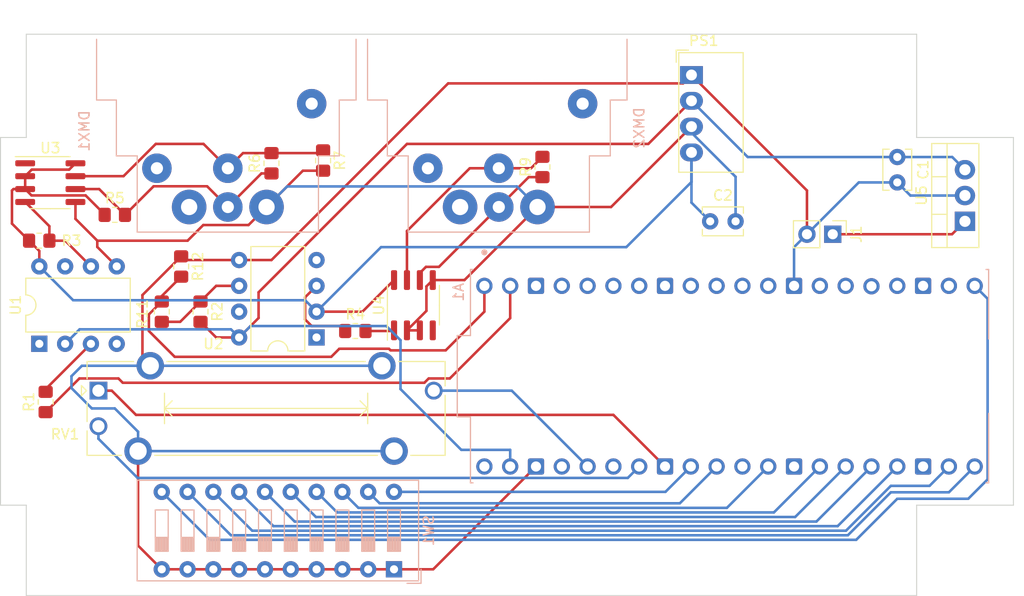
<source format=kicad_pcb>
(kicad_pcb (version 20211014) (generator pcbnew)
  (layers (0 "F.Cu" signal) (31 "B.Cu" signal) (34 "B.Paste" user) (35 "F.Paste" user) (36 "B.SilkS" user "B.Silkscreen") (37 "F.SilkS" user "F.Silkscreen") (38 "B.Mask" user) (39 "F.Mask" user) (44 "Edge.Cuts" user))
  (net 0 "")
  (net 1 "Net-(R11-Pad1)")
  (net 5 "Net-(A1-Pad20)")
  (net 9 "Net-(C1-Pad1)")
  (net 11 "Net-(C2-Pad1)")
  (net 12 "Net-(C2-Pad2)")
  (net 13 "Net-(DMX1-Pad2)")
  (net 14 "Net-(DMX1-Pad3)")
  (net 17 "Net-(DMX2-Pad2)")
  (net 18 "Net-(DMX2-Pad3)")
  (net 21 "Net-(J1-Pad1)")
  (net 22 "Net-(R1-Pad2)")
  (net 23 "Net-(R2-Pad1)")
  (net 24 "Net-(R3-Pad1)")
  (net 25 "Net-(R4-Pad1)")
  (net 26 "Net-(R4-Pad2)")
  (net 33 "Net-(R1-Pad1)")
  (net 34 "Net-(C1-Pad2)")
  (net 45 "Net-(A1-Pad21)")
  (net 46 "Net-(A1-Pad22)")
  (net 47 "Net-(A1-Pad24)")
  (net 48 "Net-(A1-Pad25)")
  (net 49 "Net-(A1-Pad26)")
  (net 50 "Net-(A1-Pad27)")
  (net 51 "Net-(A1-Pad29)")
  (net 52 "Net-(A1-Pad31)")
  (net 53 "Net-(A1-Pad32)")
  (net 54 "Net-(RV1-Pad1)")
  (net 55 "Net-(RV1-Pad2)")
  (net 56 "Net-(RV1-Pad3)")
  (footprint "Resistor_SMD:R_0805_2012Metric_Pad1.20x1.40mm_HandSolder" (layer "F.Cu") (at 190.5 117.84 -90)
    (fp_text reference "R7" (at 0 -1.65 90) (layer "F.SilkS"))
    (fp_text value "560")
    (pad "1" smd roundrect (at -1 0 270) (size 1.2 1.4) (layers "F.Cu" "F.Paste" "F.Mask") (roundrect_rratio 0.2083333333) (net 13 "Net-(DMX1-Pad2)"))
    (pad "2" smd roundrect (at 1 0 270) (size 1.2 1.4) (layers "F.Cu" "F.Paste" "F.Mask") (roundrect_rratio 0.2083333333) (net 12 "Net-(C2-Pad2)"))
  )
  (footprint "Resistor_SMD:R_0805_2012Metric_Pad1.20x1.40mm_HandSolder" (layer "F.Cu") (at 174.625 132.715 -90)
    (fp_text reference "R11" (at 0.227064 1.905 90) (layer "F.SilkS"))
    (fp_text value "1k")
    (pad "1" smd roundrect (at -1 0 270) (size 1.2 1.4) (layers "F.Cu" "F.Paste" "F.Mask") (roundrect_rratio 0.2083333333) (net 1 "Net-(R11-Pad1)"))
    (pad "2" smd roundrect (at 1 0 270) (size 1.2 1.4) (layers "F.Cu" "F.Paste" "F.Mask") (roundrect_rratio 0.2083333333) (net 23 "Net-(R2-Pad1)"))
  )
  (footprint "Package_DIP:DIP-8_W7.62mm" (layer "F.Cu") (at 162.57 135.88 90)
    (fp_text reference "U1" (at 3.81 -2.33 90) (layer "F.SilkS"))
    (fp_text value "6N137")
    (pad "1" thru_hole rect (at 0 0 90) (size 1.6 1.6) (drill 0.8) (layers *.Cu *.Mask))
    (pad "2" thru_hole oval (at 0 2.54 90) (size 1.6 1.6) (drill 0.8) (layers *.Cu *.Mask) (net 9 "Net-(C1-Pad1)"))
    (pad "3" thru_hole oval (at 0 5.08 90) (size 1.6 1.6) (drill 0.8) (layers *.Cu *.Mask) (net 22 "Net-(R1-Pad2)"))
    (pad "4" thru_hole oval (at 0 7.62 90) (size 1.6 1.6) (drill 0.8) (layers *.Cu *.Mask))
    (pad "5" thru_hole oval (at 7.62 7.62 90) (size 1.6 1.6) (drill 0.8) (layers *.Cu *.Mask) (net 12 "Net-(C2-Pad2)"))
    (pad "6" thru_hole oval (at 7.62 5.08 90) (size 1.6 1.6) (drill 0.8) (layers *.Cu *.Mask) (net 24 "Net-(R3-Pad1)"))
    (pad "7" thru_hole oval (at 7.62 2.54 90) (size 1.6 1.6) (drill 0.8) (layers *.Cu *.Mask))
    (pad "8" thru_hole oval (at 7.62 0 90) (size 1.6 1.6) (drill 0.8) (layers *.Cu *.Mask) (net 11 "Net-(C2-Pad1)"))
  )
  (footprint "Package_TO_SOT_THT:TO-220-3_Vertical" (layer "F.Cu") (at 253.675 123.825 90)
    (fp_text reference "U5" (at 2.54 -4.27 90) (layer "F.SilkS"))
    (fp_text value "LM7805_TO220")
    (pad "1" thru_hole rect (at 0 0 90) (size 1.905 2) (drill 1.1) (layers *.Cu *.Mask) (net 21 "Net-(J1-Pad1)"))
    (pad "2" thru_hole oval (at 2.54 0 90) (size 1.905 2) (drill 1.1) (layers *.Cu *.Mask) (net 34 "Net-(C1-Pad2)"))
    (pad "3" thru_hole oval (at 5.08 0 90) (size 1.905 2) (drill 1.1) (layers *.Cu *.Mask) (net 9 "Net-(C1-Pad1)"))
  )
  (footprint "Resistor_SMD:R_0805_2012Metric_Pad1.20x1.40mm_HandSolder" (layer "F.Cu") (at 162.56 125.73 180)
    (fp_text reference "R3" (at -3.175 0) (layer "F.SilkS"))
    (fp_text value "4.7k")
    (pad "1" smd roundrect (at -1 0 180) (size 1.2 1.4) (layers "F.Cu" "F.Paste" "F.Mask") (roundrect_rratio 0.2083333333) (net 24 "Net-(R3-Pad1)"))
    (pad "2" smd roundrect (at 1 0 180) (size 1.2 1.4) (layers "F.Cu" "F.Paste" "F.Mask") (roundrect_rratio 0.2083333333) (net 11 "Net-(C2-Pad1)"))
  )
  (footprint "Package_SO:SOIC-8_3.9x4.9mm_P1.27mm" (layer "F.Cu") (at 163.652444 120.015)
    (fp_text reference "U3" (at 0 -3.4) (layer "F.SilkS"))
    (fp_text value "SN75176AP")
    (pad "1" smd roundrect (at -2.475 -1.905) (size 1.95 0.6) (layers "F.Cu" "F.Paste" "F.Mask"))
    (pad "2" smd roundrect (at -2.475 -0.635) (size 1.95 0.6) (layers "F.Cu" "F.Paste" "F.Mask") (net 11 "Net-(C2-Pad1)"))
    (pad "3" smd roundrect (at -2.475 0.635) (size 1.95 0.6) (layers "F.Cu" "F.Paste" "F.Mask") (net 11 "Net-(C2-Pad1)"))
    (pad "4" smd roundrect (at -2.475 1.905) (size 1.95 0.6) (layers "F.Cu" "F.Paste" "F.Mask") (net 24 "Net-(R3-Pad1)"))
    (pad "5" smd roundrect (at 2.475 1.905) (size 1.95 0.6) (layers "F.Cu" "F.Paste" "F.Mask") (net 12 "Net-(C2-Pad2)"))
    (pad "6" smd roundrect (at 2.475 0.635) (size 1.95 0.6) (layers "F.Cu" "F.Paste" "F.Mask") (net 14 "Net-(DMX1-Pad3)"))
    (pad "7" smd roundrect (at 2.475 -0.635) (size 1.95 0.6) (layers "F.Cu" "F.Paste" "F.Mask") (net 13 "Net-(DMX1-Pad2)"))
    (pad "8" smd roundrect (at 2.475 -1.905) (size 1.95 0.6) (layers "F.Cu" "F.Paste" "F.Mask") (net 11 "Net-(C2-Pad1)"))
  )
  (footprint "Resistor_SMD:R_0805_2012Metric_Pad1.20x1.40mm_HandSolder" (layer "F.Cu") (at 185.42 118.11 90)
    (fp_text reference "R6" (at 0 -1.65 90) (layer "F.SilkS"))
    (fp_text value "120")
    (pad "1" smd roundrect (at -1 0 90) (size 1.2 1.4) (layers "F.Cu" "F.Paste" "F.Mask") (roundrect_rratio 0.2083333333) (net 14 "Net-(DMX1-Pad3)"))
    (pad "2" smd roundrect (at 1 0 90) (size 1.2 1.4) (layers "F.Cu" "F.Paste" "F.Mask") (roundrect_rratio 0.2083333333) (net 13 "Net-(DMX1-Pad2)"))
  )
  (footprint "Package_DIP:DIP-8_W7.62mm" (layer "F.Cu") (at 189.855 135.255 180)
    (fp_text reference "U2" (at 10.15 -0.635) (layer "F.SilkS"))
    (fp_text value "6N137")
    (pad "1" thru_hole rect (at 0 0 180) (size 1.6 1.6) (drill 0.8) (layers *.Cu *.Mask))
    (pad "2" thru_hole oval (at 0 2.54 180) (size 1.6 1.6) (drill 0.8) (layers *.Cu *.Mask) (net 11 "Net-(C2-Pad1)"))
    (pad "3" thru_hole oval (at 0 5.08 180) (size 1.6 1.6) (drill 0.8) (layers *.Cu *.Mask) (net 25 "Net-(R4-Pad1)"))
    (pad "4" thru_hole oval (at 0 7.62 180) (size 1.6 1.6) (drill 0.8) (layers *.Cu *.Mask))
    (pad "5" thru_hole oval (at 7.62 7.62 180) (size 1.6 1.6) (drill 0.8) (layers *.Cu *.Mask) (net 34 "Net-(C1-Pad2)"))
    (pad "6" thru_hole oval (at 7.62 5.08 180) (size 1.6 1.6) (drill 0.8) (layers *.Cu *.Mask) (net 23 "Net-(R2-Pad1)"))
    (pad "7" thru_hole oval (at 7.62 2.54 180) (size 1.6 1.6) (drill 0.8) (layers *.Cu *.Mask))
    (pad "8" thru_hole oval (at 7.62 0 180) (size 1.6 1.6) (drill 0.8) (layers *.Cu *.Mask) (net 9 "Net-(C1-Pad1)"))
  )
  (footprint "Package_SO:SOIC-8_3.9x4.9mm_P1.27mm" (layer "F.Cu") (at 199.39 132.08 90)
    (fp_text reference "U4" (at 0 -3.4 90) (layer "F.SilkS"))
    (fp_text value "SN75176AP")
    (pad "1" smd roundrect (at -2.475 -1.905 90) (size 1.95 0.6) (layers "F.Cu" "F.Paste" "F.Mask") (net 26 "Net-(R4-Pad2)"))
    (pad "2" smd roundrect (at -2.475 -0.635 90) (size 1.95 0.6) (layers "F.Cu" "F.Paste" "F.Mask") (net 12 "Net-(C2-Pad2)"))
    (pad "3" smd roundrect (at -2.475 0.635 90) (size 1.95 0.6) (layers "F.Cu" "F.Paste" "F.Mask") (net 12 "Net-(C2-Pad2)"))
    (pad "4" smd roundrect (at -2.475 1.905 90) (size 1.95 0.6) (layers "F.Cu" "F.Paste" "F.Mask"))
    (pad "5" smd roundrect (at 2.475 1.905 90) (size 1.95 0.6) (layers "F.Cu" "F.Paste" "F.Mask") (net 12 "Net-(C2-Pad2)"))
    (pad "6" smd roundrect (at 2.475 0.635 90) (size 1.95 0.6) (layers "F.Cu" "F.Paste" "F.Mask") (net 18 "Net-(DMX2-Pad3)"))
    (pad "7" smd roundrect (at 2.475 -0.635 90) (size 1.95 0.6) (layers "F.Cu" "F.Paste" "F.Mask") (net 17 "Net-(DMX2-Pad2)"))
    (pad "8" smd roundrect (at 2.475 -1.905 90) (size 1.95 0.6) (layers "F.Cu" "F.Paste" "F.Mask") (net 11 "Net-(C2-Pad1)"))
  )
  (footprint "Resistor_SMD:R_0805_2012Metric_Pad1.20x1.40mm_HandSolder" (layer "F.Cu") (at 193.675 134.62)
    (fp_text reference "R4" (at 0 -1.65) (layer "F.SilkS"))
    (fp_text value "470")
    (pad "1" smd roundrect (at -1 0) (size 1.2 1.4) (layers "F.Cu" "F.Paste" "F.Mask") (roundrect_rratio 0.2083333333) (net 25 "Net-(R4-Pad1)"))
    (pad "2" smd roundrect (at 1 0) (size 1.2 1.4) (layers "F.Cu" "F.Paste" "F.Mask") (roundrect_rratio 0.2083333333) (net 26 "Net-(R4-Pad2)"))
  )
  (footprint "Resistor_SMD:R_0805_2012Metric_Pad1.20x1.40mm_HandSolder" (layer "F.Cu") (at 178.435 132.715 -90)
    (fp_text reference "R2" (at 0 -1.65 90) (layer "F.SilkS"))
    (fp_text value "4.7k")
    (pad "1" smd roundrect (at -1 0 270) (size 1.2 1.4) (layers "F.Cu" "F.Paste" "F.Mask") (roundrect_rratio 0.2083333333) (net 23 "Net-(R2-Pad1)"))
    (pad "2" smd roundrect (at 1 0 270) (size 1.2 1.4) (layers "F.Cu" "F.Paste" "F.Mask") (roundrect_rratio 0.2083333333) (net 9 "Net-(C1-Pad1)"))
  )
  (footprint "Capacitor_THT:C_Disc_D3.8mm_W2.6mm_P2.50mm" (layer "F.Cu") (at 247.015 117.495 -90)
    (fp_text reference "C1" (at 1.25 -2.55 90) (layer "F.SilkS"))
    (fp_text value "100n")
    (pad "1" thru_hole circle (at 0 0 270) (size 1.6 1.6) (drill 0.8) (layers *.Cu *.Mask) (net 9 "Net-(C1-Pad1)"))
    (pad "2" thru_hole circle (at 2.5 0 270) (size 1.6 1.6) (drill 0.8) (layers *.Cu *.Mask) (net 34 "Net-(C1-Pad2)"))
  )
  (footprint "Resistor_SMD:R_0805_2012Metric_Pad1.20x1.40mm_HandSolder" (layer "F.Cu") (at 212.09 118.475 90)
    (fp_text reference "R9" (at 0 -1.65 90) (layer "F.SilkS"))
    (fp_text value "120")
    (pad "1" smd roundrect (at -1 0 90) (size 1.2 1.4) (layers "F.Cu" "F.Paste" "F.Mask") (roundrect_rratio 0.2083333333) (net 18 "Net-(DMX2-Pad3)"))
    (pad "2" smd roundrect (at 1 0 90) (size 1.2 1.4) (layers "F.Cu" "F.Paste" "F.Mask") (roundrect_rratio 0.2083333333) (net 17 "Net-(DMX2-Pad2)"))
  )
  (footprint "Resistor_SMD:R_0805_2012Metric_Pad1.20x1.40mm_HandSolder" (layer "F.Cu") (at 170.002444 123.19)
    (fp_text reference "R5" (at 0 -1.65) (layer "F.SilkS"))
    (fp_text value "560")
    (pad "1" smd roundrect (at -1 0) (size 1.2 1.4) (layers "F.Cu" "F.Paste" "F.Mask") (roundrect_rratio 0.2083333333) (net 11 "Net-(C2-Pad1)"))
    (pad "2" smd roundrect (at 1 0) (size 1.2 1.4) (layers "F.Cu" "F.Paste" "F.Mask") (roundrect_rratio 0.2083333333) (net 14 "Net-(DMX1-Pad3)"))
  )
  (footprint "Capacitor_THT:C_Disc_D3.8mm_W2.6mm_P2.50mm" (layer "F.Cu") (at 228.6 123.825)
    (fp_text reference "C2" (at 1.25 -2.55) (layer "F.SilkS"))
    (fp_text value "100n")
    (pad "1" thru_hole circle (at 0 0) (size 1.6 1.6) (drill 0.8) (layers *.Cu *.Mask) (net 11 "Net-(C2-Pad1)"))
    (pad "2" thru_hole circle (at 2.5 0) (size 1.6 1.6) (drill 0.8) (layers *.Cu *.Mask) (net 12 "Net-(C2-Pad2)"))
  )
  (footprint "Potentiometer_THT:Potentiometer_Bourns_PTA2043_Single_Slide" (layer "F.Cu") (at 168.39 140.49)
    (fp_text reference "RV1" (at -3.29 4.29) (layer "F.SilkS"))
    (fp_text value "R_Potentiometer_MountingPin")
    (pad "1" thru_hole rect (at 0 0) (size 1.75 1.75) (drill 1.2) (layers *.Cu *.Mask) (net 54 "Net-(RV1-Pad1)"))
    (pad "2" thru_hole circle (at 0 3.5) (size 1.75 1.75) (drill 1.2) (layers *.Cu *.Mask) (net 55 "Net-(RV1-Pad2)"))
    (pad "3" thru_hole circle (at 33 0) (size 1.75 1.75) (drill 1.2) (layers *.Cu *.Mask) (net 56 "Net-(RV1-Pad3)"))
    (pad "MP" thru_hole circle (at 5.1 -2.45) (size 2.7 2.7) (drill 1.7) (layers *.Cu *.Mask) (net 34 "Net-(C1-Pad2)"))
    (pad "MP" thru_hole circle (at 27.9 -2.45) (size 2.7 2.7) (drill 1.7) (layers *.Cu *.Mask) (net 34 "Net-(C1-Pad2)"))
    (pad "MP" thru_hole circle (at 29.1 5.95) (size 2.7 2.7) (drill 1.7) (layers *.Cu *.Mask) (net 34 "Net-(C1-Pad2)"))
    (pad "MP" thru_hole circle (at 3.9 5.95) (size 2.7 2.7) (drill 1.7) (layers *.Cu *.Mask) (net 34 "Net-(C1-Pad2)"))
  )
  (footprint "Resistor_SMD:R_0805_2012Metric_Pad1.20x1.40mm_HandSolder" (layer "F.Cu") (at 163.195 141.605 90)
    (fp_text reference "R1" (at 0 -1.65 90) (layer "F.SilkS"))
    (fp_text value "470")
    (pad "1" smd roundrect (at -1 0 90) (size 1.2 1.4) (layers "F.Cu" "F.Paste" "F.Mask") (roundrect_rratio 0.2083333333) (net 33 "Net-(R1-Pad1)"))
    (pad "2" smd roundrect (at 1 0 90) (size 1.2 1.4) (layers "F.Cu" "F.Paste" "F.Mask") (roundrect_rratio 0.2083333333) (net 22 "Net-(R1-Pad2)"))
  )
  (footprint "Converter_DCDC:Converter_DCDC_Murata_MEE1SxxxxSC_THT" (layer "F.Cu") (at 226.7575 109.4225)
    (fp_text reference "PS1" (at 1.2075 -3.3775 180) (layer "F.SilkS"))
    (fp_text value "MEE1S0505SC")
    (pad "1" thru_hole rect (at 0 0 270) (size 1.75 2.25) (drill 1.075) (layers *.Cu *.Mask) (net 34 "Net-(C1-Pad2)"))
    (pad "2" thru_hole oval (at 0 2.54 270) (size 1.75 2.25) (drill 1.075) (layers *.Cu *.Mask) (net 9 "Net-(C1-Pad1)"))
    (pad "3" thru_hole oval (at 0 5.08 270) (size 1.75 2.25) (drill 1.075) (layers *.Cu *.Mask) (net 12 "Net-(C2-Pad2)"))
    (pad "4" thru_hole oval (at 0 7.62 270) (size 1.75 2.25) (drill 1.075) (layers *.Cu *.Mask) (net 11 "Net-(C2-Pad1)"))
  )
  (footprint "Resistor_SMD:R_0805_2012Metric_Pad1.20x1.40mm_HandSolder" (layer "F.Cu") (at 176.53 128.27 -90)
    (fp_text reference "R12" (at 0 -1.65 90) (layer "F.SilkS"))
    (fp_text value "2k")
    (pad "1" smd roundrect (at -1 0 270) (size 1.2 1.4) (layers "F.Cu" "F.Paste" "F.Mask") (roundrect_rratio 0.2083333333) (net 34 "Net-(C1-Pad2)"))
    (pad "2" smd roundrect (at 1 0 270) (size 1.2 1.4) (layers "F.Cu" "F.Paste" "F.Mask") (roundrect_rratio 0.2083333333) (net 1 "Net-(R11-Pad1)"))
  )
  (footprint "Connector_PinHeader_2.54mm:PinHeader_1x02_P2.54mm_Vertical" (layer "F.Cu") (at 240.665 125.095 -90)
    (fp_text reference "J1" (at 0 -2.33 90) (layer "F.SilkS"))
    (fp_text value "Conn_01x02")
    (pad "1" thru_hole rect (at 0 0 270) (size 1.7 1.7) (drill 1) (layers *.Cu *.Mask) (net 21 "Net-(J1-Pad1)"))
    (pad "2" thru_hole oval (at 0 2.54 270) (size 1.7 1.7) (drill 1) (layers *.Cu *.Mask) (net 34 "Net-(C1-Pad2)"))
  )
  (footprint "Pico:MODULE_SC0915" (layer "B.Cu") (at 230.505 139.065 -90)
    (fp_text reference "A1" (at -8.255 26.67 90) (layer "B.SilkS") (effects (justify mirror)))
    (fp_text value "SC0915")
    (pad "1" thru_hole circle (at -8.89 24.13 270) (size 1.6 1.6) (drill 1) (layers *.Cu *.Mask) (net 1 "Net-(R11-Pad1)"))
    (pad "2" thru_hole circle (at -8.89 21.59 270) (size 1.6 1.6) (drill 1) (layers *.Cu *.Mask) (net 33 "Net-(R1-Pad1)"))
    (pad "3" thru_hole roundrect (at -8.89 19.05 270) (size 1.6 1.6) (drill 1) (layers *.Cu *.Mask) (roundrect_rratio 0.125))
    (pad "4" thru_hole circle (at -8.89 16.51 270) (size 1.6 1.6) (drill 1) (layers *.Cu *.Mask))
    (pad "5" thru_hole circle (at -8.89 13.97 270) (size 1.6 1.6) (drill 1) (layers *.Cu *.Mask))
    (pad "6" thru_hole circle (at -8.89 11.43 270) (size 1.6 1.6) (drill 1) (layers *.Cu *.Mask))
    (pad "7" thru_hole circle (at -8.89 8.89 270) (size 1.6 1.6) (drill 1) (layers *.Cu *.Mask))
    (pad "8" thru_hole roundrect (at -8.89 6.35 270) (size 1.6 1.6) (drill 1) (layers *.Cu *.Mask) (roundrect_rratio 0.125))
    (pad "9" thru_hole circle (at -8.89 3.81 270) (size 1.6 1.6) (drill 1) (layers *.Cu *.Mask))
    (pad "10" thru_hole circle (at -8.89 1.27 270) (size 1.6 1.6) (drill 1) (layers *.Cu *.Mask))
    (pad "11" thru_hole circle (at -8.89 -1.27 270) (size 1.6 1.6) (drill 1) (layers *.Cu *.Mask))
    (pad "12" thru_hole circle (at -8.89 -3.81 270) (size 1.6 1.6) (drill 1) (layers *.Cu *.Mask))
    (pad "13" thru_hole roundrect (at -8.89 -6.35 270) (size 1.6 1.6) (drill 1) (layers *.Cu *.Mask) (roundrect_rratio 0.125) (net 34 "Net-(C1-Pad2)"))
    (pad "14" thru_hole circle (at -8.89 -8.89 270) (size 1.6 1.6) (drill 1) (layers *.Cu *.Mask))
    (pad "15" thru_hole circle (at -8.89 -11.43 270) (size 1.6 1.6) (drill 1) (layers *.Cu *.Mask))
    (pad "16" thru_hole circle (at -8.848119 -13.97 270) (size 1.6 1.6) (drill 1) (layers *.Cu *.Mask))
    (pad "17" thru_hole circle (at -8.89 -16.51 270) (size 1.6 1.6) (drill 1) (layers *.Cu *.Mask))
    (pad "18" thru_hole roundrect (at -8.89 -19.05 270) (size 1.6 1.6) (drill 1) (layers *.Cu *.Mask) (roundrect_rratio 0.125))
    (pad "19" thru_hole circle (at -8.89 -21.59 270) (size 1.6 1.6) (drill 1) (layers *.Cu *.Mask))
    (pad "20" thru_hole circle (at -8.89 -24.13 270) (size 1.6 1.6) (drill 1) (layers *.Cu *.Mask) (net 5 "Net-(A1-Pad20)"))
    (pad "21" thru_hole circle (at 8.89 -24.13 270) (size 1.6 1.6) (drill 1) (layers *.Cu *.Mask) (net 45 "Net-(A1-Pad21)"))
    (pad "22" thru_hole circle (at 8.89 -21.59 270) (size 1.6 1.6) (drill 1) (layers *.Cu *.Mask) (net 46 "Net-(A1-Pad22)"))
    (pad "23" thru_hole roundrect (at 8.89 -19.05 270) (size 1.6 1.6) (drill 1) (layers *.Cu *.Mask) (roundrect_rratio 0.125))
    (pad "24" thru_hole circle (at 8.89 -16.51 270) (size 1.6 1.6) (drill 1) (layers *.Cu *.Mask) (net 47 "Net-(A1-Pad24)"))
    (pad "25" thru_hole circle (at 8.89 -13.97 270) (size 1.6 1.6) (drill 1) (layers *.Cu *.Mask) (net 48 "Net-(A1-Pad25)"))
    (pad "26" thru_hole circle (at 8.89 -11.43 270) (size 1.6 1.6) (drill 1) (layers *.Cu *.Mask) (net 49 "Net-(A1-Pad26)"))
    (pad "27" thru_hole circle (at 8.89 -8.89 270) (size 1.6 1.6) (drill 1) (layers *.Cu *.Mask) (net 50 "Net-(A1-Pad27)"))
    (pad "28" thru_hole roundrect (at 8.89 -6.35 270) (size 1.6 1.6) (drill 1) (layers *.Cu *.Mask) (roundrect_rratio 0.125))
    (pad "29" thru_hole circle (at 8.89 -3.81 270) (size 1.6 1.6) (drill 1) (layers *.Cu *.Mask) (net 51 "Net-(A1-Pad29)"))
    (pad "30" thru_hole circle (at 8.89 -1.27 270) (size 1.6 1.6) (drill 1) (layers *.Cu *.Mask))
    (pad "31" thru_hole circle (at 8.89 1.27 270) (size 1.6 1.6) (drill 1) (layers *.Cu *.Mask) (net 52 "Net-(A1-Pad31)"))
    (pad "32" thru_hole circle (at 8.89 3.81 270) (size 1.6 1.6) (drill 1) (layers *.Cu *.Mask) (net 53 "Net-(A1-Pad32)"))
    (pad "33" thru_hole roundrect (at 8.89 6.35 270) (size 1.6 1.6) (drill 1) (layers *.Cu *.Mask) (roundrect_rratio 0.125) (net 54 "Net-(RV1-Pad1)"))
    (pad "34" thru_hole circle (at 8.89 8.89 270) (size 1.6 1.6) (drill 1) (layers *.Cu *.Mask) (net 55 "Net-(RV1-Pad2)"))
    (pad "35" thru_hole circle (at 8.89 11.43 270) (size 1.6 1.6) (drill 1) (layers *.Cu *.Mask))
    (pad "36" thru_hole circle (at 8.89 13.97 270) (size 1.6 1.6) (drill 1) (layers *.Cu *.Mask) (net 56 "Net-(RV1-Pad3)"))
    (pad "37" thru_hole circle (at 8.89 16.51 270) (size 1.6 1.6) (drill 1) (layers *.Cu *.Mask))
    (pad "38" thru_hole roundrect (at 8.89 19.05 270) (size 1.6 1.6) (drill 1) (layers *.Cu *.Mask) (roundrect_rratio 0.125) (net 34 "Net-(C1-Pad2)"))
    (pad "39" thru_hole circle (at 8.89 21.59 270) (size 1.6 1.6) (drill 1) (layers *.Cu *.Mask) (net 9 "Net-(C1-Pad1)"))
    (pad "40" thru_hole circle (at 8.89 24.13 270) (size 1.6 1.6) (drill 1) (layers *.Cu *.Mask))
  )
  (footprint "Connector_Audio:Jack_XLR_Neutrik_NC5FAH_Horizontal" (layer "B.Cu") (at 184.935 122.415 90)
    (fp_text reference "DMX1" (at 7.48 -17.93 270) (layer "B.SilkS") (effects (justify mirror)))
    (fp_text value "XLR6")
    (pad "" np_thru_hole circle (at 13.34 0 90) (size 1.6 1.6) (drill 1.6) (layers *.Cu *.Mask))
    (pad "" np_thru_hole circle (at 8.26 -7.62 90) (size 1.6 1.6) (drill 1.6) (layers *.Cu *.Mask))
    (pad "1" thru_hole circle (at 0 0 90) (size 3.4 3.4) (drill 1.6) (layers *.Cu *.Mask) (net 12 "Net-(C2-Pad2)"))
    (pad "2" thru_hole circle (at 3.815 -3.81 90) (size 2.9 2.9) (drill 1.2) (layers *.Cu *.Mask) (net 13 "Net-(DMX1-Pad2)"))
    (pad "3" thru_hole circle (at 0 -3.81 90) (size 2.9 2.9) (drill 1.2) (layers *.Cu *.Mask) (net 14 "Net-(DMX1-Pad3)"))
    (pad "4" thru_hole circle (at 3.815 -10.79 90) (size 2.9 2.9) (drill 1.2) (layers *.Cu *.Mask))
    (pad "5" thru_hole circle (at 0 -7.62 90) (size 3.4 3.4) (drill 1.6) (layers *.Cu *.Mask))
    (pad "G" thru_hole circle (at 10.17 4.44 90) (size 2.9 2.9) (drill 1.2) (layers *.Cu *.Mask))
  )
  (footprint "Button_Switch_THT:SW_DIP_SPSTx10_Slide_9.78x27.58mm_W7.62mm_P2.54mm" (layer "B.Cu") (at 197.48 158.0725 90)
    (fp_text reference "SW1" (at 3.81 3.42 90) (layer "B.SilkS") (effects (justify mirror)))
    (fp_text value "SW_DIP_x10")
    (pad "1" thru_hole rect (at 0 0 90) (size 1.6 1.6) (drill 0.8) (layers *.Cu *.Mask) (net 34 "Net-(C1-Pad2)"))
    (pad "2" thru_hole oval (at 0 -2.54 90) (size 1.6 1.6) (drill 0.8) (layers *.Cu *.Mask) (net 34 "Net-(C1-Pad2)"))
    (pad "3" thru_hole oval (at 0 -5.08 90) (size 1.6 1.6) (drill 0.8) (layers *.Cu *.Mask) (net 34 "Net-(C1-Pad2)"))
    (pad "4" thru_hole oval (at 0 -7.62 90) (size 1.6 1.6) (drill 0.8) (layers *.Cu *.Mask) (net 34 "Net-(C1-Pad2)"))
    (pad "5" thru_hole oval (at 0 -10.16 90) (size 1.6 1.6) (drill 0.8) (layers *.Cu *.Mask) (net 34 "Net-(C1-Pad2)"))
    (pad "6" thru_hole oval (at 0 -12.7 90) (size 1.6 1.6) (drill 0.8) (layers *.Cu *.Mask) (net 34 "Net-(C1-Pad2)"))
    (pad "7" thru_hole oval (at 0 -15.24 90) (size 1.6 1.6) (drill 0.8) (layers *.Cu *.Mask) (net 34 "Net-(C1-Pad2)"))
    (pad "8" thru_hole oval (at 0 -17.78 90) (size 1.6 1.6) (drill 0.8) (layers *.Cu *.Mask) (net 34 "Net-(C1-Pad2)"))
    (pad "9" thru_hole oval (at 0 -20.32 90) (size 1.6 1.6) (drill 0.8) (layers *.Cu *.Mask) (net 34 "Net-(C1-Pad2)"))
    (pad "10" thru_hole oval (at 0 -22.86 90) (size 1.6 1.6) (drill 0.8) (layers *.Cu *.Mask) (net 34 "Net-(C1-Pad2)"))
    (pad "11" thru_hole oval (at 7.62 -22.86 90) (size 1.6 1.6) (drill 0.8) (layers *.Cu *.Mask) (net 5 "Net-(A1-Pad20)"))
    (pad "12" thru_hole oval (at 7.62 -20.32 90) (size 1.6 1.6) (drill 0.8) (layers *.Cu *.Mask) (net 45 "Net-(A1-Pad21)"))
    (pad "13" thru_hole oval (at 7.62 -17.78 90) (size 1.6 1.6) (drill 0.8) (layers *.Cu *.Mask) (net 46 "Net-(A1-Pad22)"))
    (pad "14" thru_hole oval (at 7.62 -15.24 90) (size 1.6 1.6) (drill 0.8) (layers *.Cu *.Mask) (net 47 "Net-(A1-Pad24)"))
    (pad "15" thru_hole oval (at 7.62 -12.7 90) (size 1.6 1.6) (drill 0.8) (layers *.Cu *.Mask) (net 48 "Net-(A1-Pad25)"))
    (pad "16" thru_hole oval (at 7.62 -10.16 90) (size 1.6 1.6) (drill 0.8) (layers *.Cu *.Mask) (net 49 "Net-(A1-Pad26)"))
    (pad "17" thru_hole oval (at 7.62 -7.62 90) (size 1.6 1.6) (drill 0.8) (layers *.Cu *.Mask) (net 50 "Net-(A1-Pad27)"))
    (pad "18" thru_hole oval (at 7.62 -5.08 90) (size 1.6 1.6) (drill 0.8) (layers *.Cu *.Mask) (net 51 "Net-(A1-Pad29)"))
    (pad "19" thru_hole oval (at 7.62 -2.54 90) (size 1.6 1.6) (drill 0.8) (layers *.Cu *.Mask) (net 52 "Net-(A1-Pad31)"))
    (pad "20" thru_hole oval (at 7.62 0 90) (size 1.6 1.6) (drill 0.8) (layers *.Cu *.Mask) (net 53 "Net-(A1-Pad32)"))
  )
  (footprint "Connector_Audio:Jack_XLR_Neutrik_NC5FAH_Horizontal" (layer "B.Cu") (at 211.605 122.415 90)
    (fp_text reference "DMX2" (at 7.78 10.01 270) (layer "B.SilkS") (effects (justify mirror)))
    (fp_text value "XLR6")
    (pad "" np_thru_hole circle (at 8.26 -7.62 90) (size 1.6 1.6) (drill 1.6) (layers *.Cu *.Mask))
    (pad "" np_thru_hole circle (at 13.34 0 90) (size 1.6 1.6) (drill 1.6) (layers *.Cu *.Mask))
    (pad "1" thru_hole circle (at 0 0 90) (size 3.4 3.4) (drill 1.6) (layers *.Cu *.Mask) (net 12 "Net-(C2-Pad2)"))
    (pad "2" thru_hole circle (at 3.815 -3.81 90) (size 2.9 2.9) (drill 1.2) (layers *.Cu *.Mask) (net 17 "Net-(DMX2-Pad2)"))
    (pad "3" thru_hole circle (at 0 -3.81 90) (size 2.9 2.9) (drill 1.2) (layers *.Cu *.Mask) (net 18 "Net-(DMX2-Pad3)"))
    (pad "4" thru_hole circle (at 3.815 -10.79 90) (size 2.9 2.9) (drill 1.2) (layers *.Cu *.Mask))
    (pad "5" thru_hole circle (at 0 -7.62 90) (size 3.4 3.4) (drill 1.6) (layers *.Cu *.Mask))
    (pad "G" thru_hole circle (at 10.17 4.44 90) (size 2.9 2.9) (drill 1.2) (layers *.Cu *.Mask))
  )
  (gr_line (start 248.92 115.57) (end 258.445 115.57) (layer "Edge.Cuts") (width 0.1))
  (gr_line (start 161.29 160.655) (end 161.29 151.765) (layer "Edge.Cuts") (width 0.1))
  (gr_line (start 248.92 151.765) (end 248.92 160.655) (layer "Edge.Cuts") (width 0.1))
  (gr_line (start 161.29 115.57) (end 161.29 105.41) (layer "Edge.Cuts") (width 0.1))
  (gr_line (start 258.445 151.765) (end 258.445 115.57) (layer "Edge.Cuts") (width 0.1))
  (gr_line (start 161.29 115.57) (end 158.75 115.57) (layer "Edge.Cuts") (width 0.1))
  (gr_line (start 248.92 105.41) (end 248.92 115.57) (layer "Edge.Cuts") (width 0.1))
  (gr_line (start 158.75 115.57) (end 158.75 151.765) (layer "Edge.Cuts") (width 0.1))
  (gr_line (start 248.92 151.765) (end 258.445 151.765) (layer "Edge.Cuts") (width 0.1))
  (gr_line (start 161.29 151.765) (end 158.75 151.765) (layer "Edge.Cuts") (width 0.1))
  (gr_line (start 161.29 105.41) (end 248.92 105.41) (layer "Edge.Cuts") (width 0.1))
  (gr_line (start 161.29 160.655) (end 248.92 160.655) (layer "Edge.Cuts") (width 0.1))
  (segment (start 191.302011 137.16) (end 192.096522 136.365489) (width 0.25) (layer "F.Cu") (net 1))
  (segment (start 174.625 131.715) (end 173.355 132.985) (width 0.25) (layer "F.Cu") (net 1))
  (segment (start 175.895 137.16) (end 191.302011 137.16) (width 0.25) (layer "F.Cu") (net 1))
  (segment (start 202.565 136.525) (end 206.375 132.715) (width 0.25) (layer "F.Cu") (net 1))
  (segment (start 173.355 134.62) (end 175.895 137.16) (width 0.25) (layer "F.Cu") (net 1))
  (segment (start 196.983606 136.365489) (end 197.143117 136.525) (width 0.25) (layer "F.Cu") (net 1))
  (segment (start 174.625 131.175) (end 176.53 129.27) (width 0.25) (layer "F.Cu") (net 1))
  (segment (start 192.096522 136.365489) (end 196.983606 136.365489) (width 0.25) (layer "F.Cu") (net 1))
  (segment (start 197.143117 136.525) (end 202.565 136.525) (width 0.25) (layer "F.Cu") (net 1))
  (segment (start 173.355 132.985) (end 173.355 134.62) (width 0.25) (layer "F.Cu") (net 1))
  (segment (start 174.625 131.715) (end 174.625 131.175) (width 0.25) (layer "F.Cu") (net 1))
  (segment (start 206.375 132.715) (end 206.375 130.175) (width 0.25) (layer "F.Cu") (net 1))
  (segment (start 179.340671 155.173171) (end 242.971829 155.173171) (width 0.25) (layer "B.Cu") (net 5))
  (segment (start 255.905 131.445) (end 254.635 130.175) (width 0.25) (layer "B.Cu") (net 5))
  (segment (start 242.971829 155.173171) (end 247.015 151.13) (width 0.25) (layer "B.Cu") (net 5))
  (segment (start 255.905 149.225) (end 255.905 131.445) (width 0.25) (layer "B.Cu") (net 5))
  (segment (start 254 151.13) (end 255.905 149.225) (width 0.25) (layer "B.Cu") (net 5))
  (segment (start 174.62 150.4525) (end 179.340671 155.173171) (width 0.25) (layer "B.Cu") (net 5))
  (segment (start 247.015 151.13) (end 254 151.13) (width 0.25) (layer "B.Cu") (net 5))
  (segment (start 226.7575 111.9625) (end 222.515 116.205) (width 0.25) (layer "F.Cu") (net 9))
  (segment (start 179.975 135.255) (end 178.435 133.715) (width 0.25) (layer "F.Cu") (net 9))
  (segment (start 184.15 130.81) (end 184.15 133.34) (width 0.25) (layer "F.Cu") (net 9))
  (segment (start 198.755 116.205) (end 184.15 130.81) (width 0.25) (layer "F.Cu") (net 9))
  (segment (start 184.15 133.34) (end 182.235 135.255) (width 0.25) (layer "F.Cu") (net 9))
  (segment (start 182.235 135.255) (end 179.975 135.255) (width 0.25) (layer "F.Cu") (net 9))
  (segment (start 222.515 116.205) (end 198.755 116.205) (width 0.25) (layer "F.Cu") (net 9))
  (segment (start 247.015 117.495) (end 252.425 117.495) (width 0.25) (layer "B.Cu") (net 9))
  (segment (start 252.425 117.495) (end 253.675 118.745) (width 0.25) (layer "B.Cu") (net 9))
  (segment (start 204.103634 146.318634) (end 198.12 140.335) (width 0.25) (layer "B.Cu") (net 9))
  (segment (start 182.235 135.255) (end 181.435001 134.455001) (width 0.25) (layer "B.Cu") (net 9))
  (segment (start 208.915 147.955) (end 208.915 146.318634) (width 0.25) (layer "B.Cu") (net 9))
  (segment (start 183.359511 134.130489) (end 196.726855 134.130489) (width 0.25) (layer "B.Cu") (net 9))
  (segment (start 166.534999 134.455001) (end 165.11 135.88) (width 0.25) (layer "B.Cu") (net 9))
  (segment (start 247.015 117.495) (end 232.29 117.495) (width 0.25) (layer "B.Cu") (net 9))
  (segment (start 196.726855 134.130489) (end 198.12 135.523634) (width 0.25) (layer "B.Cu") (net 9))
  (segment (start 181.435001 134.455001) (end 166.534999 134.455001) (width 0.25) (layer "B.Cu") (net 9))
  (segment (start 232.29 117.495) (end 226.7575 111.9625) (width 0.25) (layer "B.Cu") (net 9))
  (segment (start 198.12 135.523634) (end 198.12 140.335) (width 0.25) (layer "B.Cu") (net 9))
  (segment (start 182.235 135.255) (end 183.359511 134.130489) (width 0.25) (layer "B.Cu") (net 9))
  (segment (start 208.915 146.318634) (end 204.103634 146.318634) (width 0.25) (layer "B.Cu") (net 9))
  (segment (start 161.56 125.73) (end 162.57 126.74) (width 0.25) (layer "F.Cu") (net 11))
  (segment (start 162.57 126.74) (end 162.57 128.26) (width 0.25) (layer "F.Cu") (net 11))
  (segment (start 160.02 120.65) (end 161.177444 120.65) (width 0.25) (layer "F.Cu") (net 11))
  (segment (start 169.002444 123.148928) (end 169.002444 123.19) (width 0.25) (layer "F.Cu") (net 11))
  (segment (start 161.822924 118.73452) (end 161.177444 119.38) (width 0.25) (layer "F.Cu") (net 11))
  (segment (start 161.56 125.73) (end 159.877924 124.047924) (width 0.25) (layer "F.Cu") (net 11))
  (segment (start 159.877924 124.047924) (end 159.877924 120.792076) (width 0.25) (layer "F.Cu") (net 11))
  (segment (start 161.177444 120.65) (end 161.801964 121.27452) (width 0.25) (layer "F.Cu") (net 11))
  (segment (start 161.801964 121.27452) (end 167.128036 121.27452) (width 0.25) (layer "F.Cu") (net 11))
  (segment (start 166.127444 118.11) (end 165.502924 118.73452) (width 0.25) (layer "F.Cu") (net 11))
  (segment (start 167.128036 121.27452) (end 169.002444 123.148928) (width 0.25) (layer "F.Cu") (net 11))
  (segment (start 159.877924 120.792076) (end 160.02 120.65) (width 0.25) (layer "F.Cu") (net 11))
  (segment (start 197.485 129.605) (end 194.375 132.715) (width 0.25) (layer "F.Cu") (net 11))
  (segment (start 165.502924 118.73452) (end 161.822924 118.73452) (width 0.25) (layer "F.Cu") (net 11))
  (segment (start 194.375 132.715) (end 189.855 132.715) (width 0.25) (layer "F.Cu") (net 11))
  (segment (start 161.177444 119.38) (end 161.177444 120.65) (width 0.25) (layer "F.Cu") (net 11))
  (segment (start 196.205 126.365) (end 189.855 132.715) (width 0.25) (layer "B.Cu") (net 11))
  (segment (start 188.730489 131.590489) (end 165.900489 131.590489) (width 0.25) (layer "B.Cu") (net 11))
  (segment (start 165.900489 131.590489) (end 162.57 128.26) (width 0.25) (layer "B.Cu") (net 11))
  (segment (start 189.855 132.715) (end 188.730489 131.590489) (width 0.25) (layer "B.Cu") (net 11))
  (segment (start 226.7575 121.9825) (end 228.6 123.825) (width 0.25) (layer "B.Cu") (net 11))
  (segment (start 220.345 126.365) (end 196.205 126.365) (width 0.25) (layer "B.Cu") (net 11))
  (segment (start 226.7575 117.0425) (end 226.7575 119.9525) (width 0.25) (layer "B.Cu") (net 11))
  (segment (start 226.7575 119.9525) (end 220.345 126.365) (width 0.25) (layer "B.Cu") (net 11))
  (segment (start 226.7575 117.0425) (end 226.7575 121.9825) (width 0.25) (layer "B.Cu") (net 11))
  (segment (start 168.275 125.73) (end 166.127444 123.582444) (width 0.25) (layer "F.Cu") (net 12))
  (segment (start 166.127444 123.582444) (end 166.127444 121.92) (width 0.25) (layer "F.Cu") (net 12))
  (segment (start 170.19 128.26) (end 168.275 126.345) (width 0.25) (layer "F.Cu") (net 12))
  (segment (start 168.275 125.73) (end 177.165 125.73) (width 0.25) (layer "F.Cu") (net 12))
  (segment (start 200.67048 130.22952) (end 200.67048 132.63952) (width 0.25) (layer "F.Cu") (net 12))
  (segment (start 178.705489 124.189511) (end 183.160489 124.189511) (width 0.25) (layer "F.Cu") (net 12))
  (segment (start 177.165 125.73) (end 178.705489 124.189511) (width 0.25) (layer "F.Cu") (net 12))
  (segment (start 218.845 122.415) (end 226.7575 114.5025) (width 0.25) (layer "F.Cu") (net 12))
  (segment (start 211.605 122.415) (end 204.415 129.605) (width 0.25) (layer "F.Cu") (net 12))
  (segment (start 190.5 118.84) (end 188.51 118.84) (width 0.25) (layer "F.Cu") (net 12))
  (segment (start 188.51 118.84) (end 184.935 122.415) (width 0.25) (layer "F.Cu") (net 12))
  (segment (start 168.275 126.345) (end 168.275 125.73) (width 0.25) (layer "F.Cu") (net 12))
  (segment (start 211.605 122.415) (end 218.845 122.415) (width 0.25) (layer "F.Cu") (net 12))
  (segment (start 201.295 129.605) (end 200.67048 130.22952) (width 0.25) (layer "F.Cu") (net 12))
  (segment (start 200.67048 132.63952) (end 198.755 134.555) (width 0.25) (layer "F.Cu") (net 12))
  (segment (start 204.415 129.605) (end 201.295 129.605) (width 0.25) (layer "F.Cu") (net 12))
  (segment (start 198.755 134.555) (end 200.025 134.555) (width 0.25) (layer "F.Cu") (net 12))
  (segment (start 183.160489 124.189511) (end 184.935 122.415) (width 0.25) (layer "F.Cu") (net 12))
  (segment (start 226.7575 115.096123) (end 231.1 119.438623) (width 0.25) (layer "B.Cu") (net 12))
  (segment (start 226.7575 114.5025) (end 226.7575 115.096123) (width 0.25) (layer "B.Cu") (net 12))
  (segment (start 231.1 119.438623) (end 231.1 123.825) (width 0.25) (layer "B.Cu") (net 12))
  (segment (start 211.605 122.415) (end 209.580489 120.390489) (width 0.25) (layer "B.Cu") (net 12))
  (segment (start 209.580489 120.390489) (end 186.959511 120.390489) (width 0.25) (layer "B.Cu") (net 12))
  (segment (start 186.959511 120.390489) (end 184.935 122.415) (width 0.25) (layer "B.Cu") (net 12))
  (segment (start 190.23 117.11) (end 190.5 116.84) (width 0.25) (layer "F.Cu") (net 13))
  (segment (start 166.127444 119.38) (end 170.855461 119.38) (width 0.25) (layer "F.Cu") (net 13))
  (segment (start 184.785 117.11) (end 190.23 117.11) (width 0.25) (layer "F.Cu") (net 13))
  (segment (start 182.615 117.11) (end 181.125 118.6) (width 0.25) (layer "F.Cu") (net 13))
  (segment (start 170.855461 119.38) (end 174.030461 116.205) (width 0.25) (layer "F.Cu") (net 13))
  (segment (start 174.030461 116.205) (end 178.73 116.205) (width 0.25) (layer "F.Cu") (net 13))
  (segment (start 184.785 117.11) (end 182.615 117.11) (width 0.25) (layer "F.Cu") (net 13))
  (segment (start 178.73 116.205) (end 181.125 118.6) (width 0.25) (layer "F.Cu") (net 13))
  (segment (start 185.42 119.11) (end 184.43 119.11) (width 0.25) (layer "F.Cu") (net 14))
  (segment (start 173.817933 120.374511) (end 171.002444 123.19) (width 0.25) (layer "F.Cu") (net 14))
  (segment (start 168.462444 120.65) (end 171.002444 123.19) (width 0.25) (layer "F.Cu") (net 14))
  (segment (start 184.43 119.11) (end 181.125 122.415) (width 0.25) (layer "F.Cu") (net 14))
  (segment (start 166.127444 120.65) (end 168.462444 120.65) (width 0.25) (layer "F.Cu") (net 14))
  (segment (start 179.084511 120.374511) (end 173.817933 120.374511) (width 0.25) (layer "F.Cu") (net 14))
  (segment (start 181.125 122.415) (end 179.084511 120.374511) (width 0.25) (layer "F.Cu") (net 14))
  (segment (start 204.936908 118.6) (end 198.755 124.781908) (width 0.25) (layer "F.Cu") (net 17))
  (segment (start 210.965 118.6) (end 212.09 117.475) (width 0.25) (layer "F.Cu") (net 17))
  (segment (start 207.795 118.6) (end 204.936908 118.6) (width 0.25) (layer "F.Cu") (net 17))
  (segment (start 198.755 124.781908) (end 198.755 129.605) (width 0.25) (layer "F.Cu") (net 17))
  (segment (start 207.795 118.6) (end 210.965 118.6) (width 0.25) (layer "F.Cu") (net 17))
  (segment (start 212.09 119.475) (end 210.735 119.475) (width 0.25) (layer "F.Cu") (net 18))
  (segment (start 210.735 119.475) (end 207.795 122.415) (width 0.25) (layer "F.Cu") (net 18))
  (segment (start 200.025 128.905) (end 200.025 129.605) (width 0.25) (layer "F.Cu") (net 18))
  (segment (start 207.795 122.415) (end 201.90452 128.30548) (width 0.25) (layer "F.Cu") (net 18))
  (segment (start 201.90452 128.30548) (end 200.62452 128.30548) (width 0.25) (layer "F.Cu") (net 18))
  (segment (start 200.62452 128.30548) (end 200.025 128.905) (width 0.25) (layer "F.Cu") (net 18))
  (segment (start 240.665 125.095) (end 252.405 125.095) (width 0.25) (layer "F.Cu") (net 21))
  (segment (start 252.405 125.095) (end 253.675 123.825) (width 0.25) (layer "F.Cu") (net 21))
  (segment (start 163.195 140.335) (end 167.65 135.88) (width 0.25) (layer "F.Cu") (net 22))
  (segment (start 163.195 140.605) (end 163.195 140.335) (width 0.25) (layer "F.Cu") (net 22))
  (segment (start 179.975 130.175) (end 178.435 131.715) (width 0.25) (layer "F.Cu") (net 23))
  (segment (start 174.625 133.715) (end 176.435 133.715) (width 0.25) (layer "F.Cu") (net 23))
  (segment (start 182.235 130.175) (end 179.975 130.175) (width 0.25) (layer "F.Cu") (net 23))
  (segment (start 176.435 133.715) (end 178.435 131.715) (width 0.25) (layer "F.Cu") (net 23))
  (segment (start 163.56 125.73) (end 163.56 124.302556) (width 0.25) (layer "F.Cu") (net 24))
  (segment (start 163.56 124.302556) (end 161.177444 121.92) (width 0.25) (layer "F.Cu") (net 24))
  (segment (start 165.12 125.73) (end 167.65 128.26) (width 0.25) (layer "F.Cu") (net 24))
  (segment (start 163.56 125.73) (end 165.12 125.73) (width 0.25) (layer "F.Cu") (net 24))
  (segment (start 189.375489 134.130489) (end 188.730489 133.485489) (width 0.25) (layer "F.Cu") (net 25))
  (segment (start 188.730489 131.299511) (end 189.855 130.175) (width 0.25) (layer "F.Cu") (net 25))
  (segment (start 188.730489 133.485489) (end 188.730489 131.299511) (width 0.25) (layer "F.Cu") (net 25))
  (segment (start 192.185489 134.130489) (end 189.375489 134.130489) (width 0.25) (layer "F.Cu") (net 25))
  (segment (start 192.675 134.62) (end 192.185489 134.130489) (width 0.25) (layer "F.Cu") (net 25))
  (segment (start 194.675 134.62) (end 197.42 134.62) (width 0.25) (layer "F.Cu") (net 26))
  (segment (start 197.42 134.62) (end 197.485 134.555) (width 0.25) (layer "F.Cu") (net 26))
  (segment (start 170.783551 139.714511) (end 200.469123 139.714511) (width 0.25) (layer "F.Cu") (net 33))
  (segment (start 163.195 142.605) (end 166.509511 139.290489) (width 0.25) (layer "F.Cu") (net 33))
  (segment (start 166.509511 139.290489) (end 170.359529 139.290489) (width 0.25) (layer "F.Cu") (net 33))
  (segment (start 202.974511 139.290489) (end 208.915 133.35) (width 0.25) (layer "F.Cu") (net 33))
  (segment (start 170.359529 139.290489) (end 170.783551 139.714511) (width 0.25) (layer "F.Cu") (net 33))
  (segment (start 208.915 133.35) (end 208.915 130.175) (width 0.25) (layer "F.Cu") (net 33))
  (segment (start 200.893145 139.290489) (end 202.974511 139.290489) (width 0.25) (layer "F.Cu") (net 33))
  (segment (start 200.469123 139.714511) (end 200.893145 139.290489) (width 0.25) (layer "F.Cu") (net 33))
  (segment (start 189.86 158.0725) (end 187.32 158.0725) (width 0.25) (layer "F.Cu") (net 34))
  (segment (start 184.78 158.0725) (end 182.24 158.0725) (width 0.25) (layer "F.Cu") (net 34))
  (segment (start 172.72 137.27) (end 173.49 138.04) (width 0.25) (layer "F.Cu") (net 34))
  (segment (start 238.125 120.79) (end 226.7575 109.4225) (width 0.25) (layer "F.Cu") (net 34))
  (segment (start 187.32 158.0725) (end 184.78 158.0725) (width 0.25) (layer "F.Cu") (net 34))
  (segment (start 179.7 158.0725) (end 177.16 158.0725) (width 0.25) (layer "F.Cu") (net 34))
  (segment (start 211.455 147.955) (end 201.3375 158.0725) (width 0.25) (layer "F.Cu") (net 34))
  (segment (start 225.930479 110.249521) (end 226.7575 109.4225) (width 0.25) (layer "F.Cu") (net 34))
  (segment (start 172.29 155.7425) (end 172.29 146.44) (width 0.25) (layer "F.Cu") (net 34))
  (segment (start 176.895 127.635) (end 182.235 127.635) (width 0.25) (layer "F.Cu") (net 34))
  (segment (start 197.48 158.0725) (end 194.94 158.0725) (width 0.25) (layer "F.Cu") (net 34))
  (segment (start 185.42 127.635) (end 202.805479 110.249521) (width 0.25) (layer "F.Cu") (net 34))
  (segment (start 182.24 158.0725) (end 179.7 158.0725) (width 0.25) (layer "F.Cu") (net 34))
  (segment (start 174.62 158.0725) (end 172.29 155.7425) (width 0.25) (layer "F.Cu") (net 34))
  (segment (start 194.94 158.0725) (end 192.4 158.0725) (width 0.25) (layer "F.Cu") (net 34))
  (segment (start 176.53 127.27) (end 172.72 131.08) (width 0.25) (layer "F.Cu") (net 34))
  (segment (start 238.125 125.095) (end 238.125 120.79) (width 0.25) (layer "F.Cu") (net 34))
  (segment (start 202.805479 110.249521) (end 225.930479 110.249521) (width 0.25) (layer "F.Cu") (net 34))
  (segment (start 177.16 158.0725) (end 174.62 158.0725) (width 0.25) (layer "F.Cu") (net 34))
  (segment (start 176.53 127.27) (end 176.895 127.635) (width 0.25) (layer "F.Cu") (net 34))
  (segment (start 192.4 158.0725) (end 189.86 158.0725) (width 0.25) (layer "F.Cu") (net 34))
  (segment (start 201.3375 158.0725) (end 197.48 158.0725) (width 0.25) (layer "F.Cu") (net 34))
  (segment (start 182.235 127.635) (end 185.42 127.635) (width 0.25) (layer "F.Cu") (net 34))
  (segment (start 172.72 131.08) (end 172.72 137.27) (width 0.25) (layer "F.Cu") (net 34))
  (segment (start 172.29 144.530812) (end 169.999188 142.24) (width 0.25) (layer "B.Cu") (net 34))
  (segment (start 165.735 139.065) (end 166.76 138.04) (width 0.25) (layer "B.Cu") (net 34))
  (segment (start 247.015 119.995) (end 243.225 119.995) (width 0.25) (layer "B.Cu") (net 34))
  (segment (start 173.49 138.04) (end 196.29 138.04) (width 0.25) (layer "B.Cu") (net 34))
  (segment (start 166.76 138.04) (end 173.49 138.04) (width 0.25) (layer "B.Cu") (net 34))
  (segment (start 253.675 121.285) (end 248.305 121.285) (width 0.25) (layer "B.Cu") (net 34))
  (segment (start 236.855 126.365) (end 237.807141 125.412859) (width 0.25) (layer "B.Cu") (net 34))
  (segment (start 248.305 121.285) (end 247.015 119.995) (width 0.25) (layer "B.Cu") (net 34))
  (segment (start 165.735 140.234022) (end 167.740978 142.24) (width 0.25) (layer "B.Cu") (net 34))
  (segment (start 236.855 130.175) (end 236.855 126.365) (width 0.25) (layer "B.Cu") (net 34))
  (segment (start 165.735 139.065) (end 165.735 140.234022) (width 0.25) (layer "B.Cu") (net 34))
  (segment (start 167.740978 142.24) (end 169.999188 142.24) (width 0.25) (layer "B.Cu") (net 34))
  (segment (start 243.225 119.995) (end 238.125 125.095) (width 0.25) (layer "B.Cu") (net 34))
  (segment (start 172.29 146.44) (end 172.29 144.530812) (width 0.25) (layer "B.Cu") (net 34))
  (segment (start 172.29 146.44) (end 197.49 146.44) (width 0.25) (layer "B.Cu") (net 34))
  (segment (start 177.16 150.4525) (end 181.431151 154.723651) (width 0.25) (layer "B.Cu") (net 45))
  (segment (start 252.095 150.495) (end 254.635 147.955) (width 0.25) (layer "B.Cu") (net 45))
  (segment (start 242.152067 154.723651) (end 246.380718 150.495) (width 0.25) (layer "B.Cu") (net 45))
  (segment (start 246.380718 150.495) (end 252.095 150.495) (width 0.25) (layer "B.Cu") (net 45))
  (segment (start 181.431151 154.723651) (end 242.152067 154.723651) (width 0.25) (layer "B.Cu") (net 45))
  (segment (start 246.38 149.86) (end 241.965869 154.274131) (width 0.25) (layer "B.Cu") (net 46))
  (segment (start 250.19 149.86) (end 246.38 149.86) (width 0.25) (layer "B.Cu") (net 46))
  (segment (start 241.965869 154.274131) (end 183.521631 154.274131) (width 0.25) (layer "B.Cu") (net 46))
  (segment (start 183.521631 154.274131) (end 179.7 150.4525) (width 0.25) (layer "B.Cu") (net 46))
  (segment (start 252.095 147.955) (end 250.19 149.86) (width 0.25) (layer "B.Cu") (net 46))
  (segment (start 241.145389 153.824611) (end 247.015 147.955) (width 0.25) (layer "B.Cu") (net 47))
  (segment (start 182.24 150.4525) (end 185.612111 153.824611) (width 0.25) (layer "B.Cu") (net 47))
  (segment (start 185.612111 153.824611) (end 241.145389 153.824611) (width 0.25) (layer "B.Cu") (net 47))
  (segment (start 184.78 150.4525) (end 187.702591 153.375091) (width 0.25) (layer "B.Cu") (net 48))
  (segment (start 239.054909 153.375091) (end 244.475 147.955) (width 0.25) (layer "B.Cu") (net 48))
  (segment (start 187.702591 153.375091) (end 239.054909 153.375091) (width 0.25) (layer "B.Cu") (net 48))
  (segment (start 187.32 150.4525) (end 189.793071 152.925571) (width 0.25) (layer "B.Cu") (net 49))
  (segment (start 236.964429 152.925571) (end 241.935 147.955) (width 0.25) (layer "B.Cu") (net 49))
  (segment (start 189.793071 152.925571) (end 236.964429 152.925571) (width 0.25) (layer "B.Cu") (net 49))
  (segment (start 234.873949 152.476051) (end 239.395 147.955) (width 0.25) (layer "B.Cu") (net 50))
  (segment (start 189.86 150.4525) (end 191.883551 152.476051) (width 0.25) (layer "B.Cu") (net 50))
  (segment (start 191.883551 152.476051) (end 234.873949 152.476051) (width 0.25) (layer "B.Cu") (net 50))
  (segment (start 230.243469 152.026531) (end 234.315 147.955) (width 0.25) (layer "B.Cu") (net 51))
  (segment (start 193.974031 152.026531) (end 230.243469 152.026531) (width 0.25) (layer "B.Cu") (net 51))
  (segment (start 192.4 150.4525) (end 193.974031 152.026531) (width 0.25) (layer "B.Cu") (net 51))
  (segment (start 196.064511 151.577011) (end 225.612989 151.577011) (width 0.25) (layer "B.Cu") (net 52))
  (segment (start 225.612989 151.577011) (end 229.235 147.955) (width 0.25) (layer "B.Cu") (net 52))
  (segment (start 194.94 150.4525) (end 196.064511 151.577011) (width 0.25) (layer "B.Cu") (net 52))
  (segment (start 197.48 150.4525) (end 224.1975 150.4525) (width 0.25) (layer "B.Cu") (net 53))
  (segment (start 224.1975 150.4525) (end 226.695 147.955) (width 0.25) (layer "B.Cu") (net 53))
  (segment (start 169.7 140.49) (end 172.085 142.875) (width 0.25) (layer "F.Cu") (net 54))
  (segment (start 172.085 142.875) (end 219.075 142.875) (width 0.25) (layer "F.Cu") (net 54))
  (segment (start 219.075 142.875) (end 224.155 147.955) (width 0.25) (layer "F.Cu") (net 54))
  (segment (start 168.39 140.49) (end 169.7 140.49) (width 0.25) (layer "F.Cu") (net 54))
  (segment (start 168.39 145.227436) (end 172.242075 149.079511) (width 0.25) (layer "B.Cu") (net 55))
  (segment (start 220.490489 149.079511) (end 221.615 147.955) (width 0.25) (layer "B.Cu") (net 55))
  (segment (start 172.242075 149.079511) (end 220.490489 149.079511) (width 0.25) (layer "B.Cu") (net 55))
  (segment (start 168.39 143.99) (end 168.39 145.227436) (width 0.25) (layer "B.Cu") (net 55))
  (segment (start 201.39 140.49) (end 209.07 140.49) (width 0.25) (layer "B.Cu") (net 56))
  (segment (start 209.07 140.49) (end 216.535 147.955) (width 0.25) (layer "B.Cu") (net 56))
)
</source>
